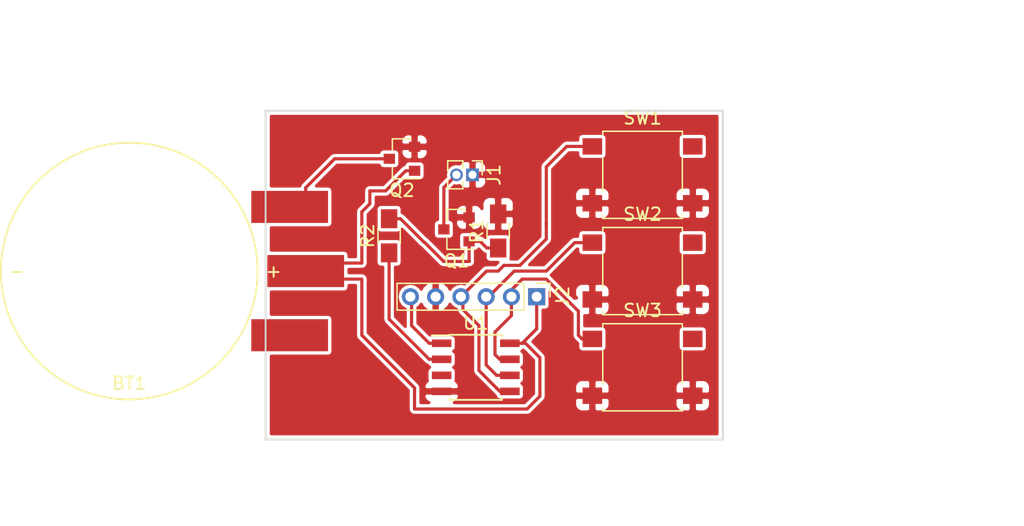
<source format=kicad_pcb>
(kicad_pcb (version 4) (host pcbnew 4.0.7)

  (general
    (links 30)
    (no_connects 4)
    (area 101.524999 94.539999 147.395001 120.725001)
    (thickness 1.6)
    (drawings 4)
    (tracks 80)
    (zones 0)
    (modules 11)
    (nets 11)
  )

  (page A4)
  (layers
    (0 F.Cu signal)
    (31 B.Cu signal)
    (32 B.Adhes user)
    (33 F.Adhes user)
    (34 B.Paste user)
    (35 F.Paste user)
    (36 B.SilkS user)
    (37 F.SilkS user)
    (38 B.Mask user)
    (39 F.Mask user)
    (40 Dwgs.User user)
    (41 Cmts.User user)
    (42 Eco1.User user)
    (43 Eco2.User user)
    (44 Edge.Cuts user)
    (45 Margin user)
    (46 B.CrtYd user)
    (47 F.CrtYd user)
    (48 B.Fab user)
    (49 F.Fab user)
  )

  (setup
    (last_trace_width 0.25)
    (trace_clearance 0.2)
    (zone_clearance 0.254)
    (zone_45_only no)
    (trace_min 0.2)
    (segment_width 0.2)
    (edge_width 0.15)
    (via_size 0.6)
    (via_drill 0.4)
    (via_min_size 0.4)
    (via_min_drill 0.3)
    (uvia_size 0.3)
    (uvia_drill 0.1)
    (uvias_allowed no)
    (uvia_min_size 0.2)
    (uvia_min_drill 0.1)
    (pcb_text_width 0.3)
    (pcb_text_size 1.5 1.5)
    (mod_edge_width 0.15)
    (mod_text_size 1 1)
    (mod_text_width 0.15)
    (pad_size 20 20)
    (pad_drill 0)
    (pad_to_mask_clearance 0.2)
    (aux_axis_origin 111.125 94.615)
    (visible_elements 7FFFFFFF)
    (pcbplotparams
      (layerselection 0x00000_00000001)
      (usegerberextensions false)
      (excludeedgelayer true)
      (linewidth 0.100000)
      (plotframeref false)
      (viasonmask false)
      (mode 1)
      (useauxorigin true)
      (hpglpennumber 1)
      (hpglpenspeed 20)
      (hpglpendiameter 15)
      (hpglpenoverlay 2)
      (psnegative false)
      (psa4output false)
      (plotreference true)
      (plotvalue true)
      (plotinvisibletext false)
      (padsonsilk false)
      (subtractmaskfromsilk false)
      (outputformat 1)
      (mirror false)
      (drillshape 0)
      (scaleselection 1)
      (outputdirectory ""))
  )

  (net 0 "")
  (net 1 "Net-(BT1-Pad2)")
  (net 2 VCC)
  (net 3 GND)
  (net 4 "Net-(J1-Pad2)")
  (net 5 SCK)
  (net 6 MISO)
  (net 7 MOSI)
  (net 8 RESET)
  (net 9 "Net-(Q1-Pad1)")
  (net 10 "Net-(R2-Pad1)")

  (net_class Default "This is the default net class."
    (clearance 0.2)
    (trace_width 0.25)
    (via_dia 0.6)
    (via_drill 0.4)
    (uvia_dia 0.3)
    (uvia_drill 0.1)
    (add_net GND)
    (add_net MISO)
    (add_net MOSI)
    (add_net "Net-(BT1-Pad2)")
    (add_net "Net-(J1-Pad2)")
    (add_net "Net-(Q1-Pad1)")
    (add_net "Net-(R2-Pad1)")
    (add_net RESET)
    (add_net SCK)
    (add_net VCC)
  )

  (module Battery:Embedded_CR2032 (layer F.Cu) (tedit 5A2ED72E) (tstamp 5A2ED851)
    (at 100.33 107.315)
    (path /5A2ADAFD)
    (fp_text reference BT1 (at 0 8.89) (layer F.SilkS)
      (effects (font (size 1 1) (thickness 0.15)))
    )
    (fp_text value Battery_Cell (at 0 -8.89) (layer F.Fab)
      (effects (font (size 1 1) (thickness 0.15)))
    )
    (fp_text user - (at -8.89 0) (layer F.SilkS)
      (effects (font (size 1 1) (thickness 0.15)))
    )
    (fp_text user + (at 11.43 0) (layer F.SilkS)
      (effects (font (size 1 1) (thickness 0.15)))
    )
    (fp_circle (center 0 0) (end 10.16 0) (layer F.SilkS) (width 0.15))
    (pad 2 smd rect (at 12.7 -5.08) (size 6.08 2.54) (layers F.Cu F.Paste F.Mask)
      (net 1 "Net-(BT1-Pad2)"))
    (pad 1 smd rect (at 13.97 0) (size 6.08 2.54) (layers F.Cu F.Paste F.Mask)
      (net 2 VCC))
    (pad 2 smd rect (at 12.7 5.08) (size 6.08 2.54) (layers F.Cu F.Paste F.Mask)
      (net 1 "Net-(BT1-Pad2)"))
  )

  (module Pin_Headers:Pin_Header_Straight_1x02_Pitch1.27mm (layer F.Cu) (tedit 59650535) (tstamp 5A2B049C)
    (at 127.508 99.695 270)
    (descr "Through hole straight pin header, 1x02, 1.27mm pitch, single row")
    (tags "Through hole pin header THT 1x02 1.27mm single row")
    (path /5A2AE9A5)
    (fp_text reference J1 (at 0 -1.695 270) (layer F.SilkS)
      (effects (font (size 1 1) (thickness 0.15)))
    )
    (fp_text value Conn_01x02 (at 0 2.965 270) (layer F.Fab)
      (effects (font (size 1 1) (thickness 0.15)))
    )
    (fp_line (start -0.525 -0.635) (end 1.05 -0.635) (layer F.Fab) (width 0.1))
    (fp_line (start 1.05 -0.635) (end 1.05 1.905) (layer F.Fab) (width 0.1))
    (fp_line (start 1.05 1.905) (end -1.05 1.905) (layer F.Fab) (width 0.1))
    (fp_line (start -1.05 1.905) (end -1.05 -0.11) (layer F.Fab) (width 0.1))
    (fp_line (start -1.05 -0.11) (end -0.525 -0.635) (layer F.Fab) (width 0.1))
    (fp_line (start -1.11 1.965) (end -0.30753 1.965) (layer F.SilkS) (width 0.12))
    (fp_line (start 0.30753 1.965) (end 1.11 1.965) (layer F.SilkS) (width 0.12))
    (fp_line (start -1.11 0.76) (end -1.11 1.965) (layer F.SilkS) (width 0.12))
    (fp_line (start 1.11 0.76) (end 1.11 1.965) (layer F.SilkS) (width 0.12))
    (fp_line (start -1.11 0.76) (end -0.563471 0.76) (layer F.SilkS) (width 0.12))
    (fp_line (start 0.563471 0.76) (end 1.11 0.76) (layer F.SilkS) (width 0.12))
    (fp_line (start -1.11 0) (end -1.11 -0.76) (layer F.SilkS) (width 0.12))
    (fp_line (start -1.11 -0.76) (end 0 -0.76) (layer F.SilkS) (width 0.12))
    (fp_line (start -1.55 -1.15) (end -1.55 2.45) (layer F.CrtYd) (width 0.05))
    (fp_line (start -1.55 2.45) (end 1.55 2.45) (layer F.CrtYd) (width 0.05))
    (fp_line (start 1.55 2.45) (end 1.55 -1.15) (layer F.CrtYd) (width 0.05))
    (fp_line (start 1.55 -1.15) (end -1.55 -1.15) (layer F.CrtYd) (width 0.05))
    (fp_text user %R (at 0 0.635 360) (layer F.Fab)
      (effects (font (size 1 1) (thickness 0.15)))
    )
    (pad 1 thru_hole rect (at 0 0 270) (size 1 1) (drill 0.65) (layers *.Cu *.Mask)
      (net 3 GND))
    (pad 2 thru_hole oval (at 0 1.27 270) (size 1 1) (drill 0.65) (layers *.Cu *.Mask)
      (net 4 "Net-(J1-Pad2)"))
    (model ${KISYS3DMOD}/Pin_Headers.3dshapes/Pin_Header_Straight_1x02_Pitch1.27mm.wrl
      (at (xyz 0 0 0))
      (scale (xyz 1 1 1))
      (rotate (xyz 0 0 0))
    )
  )

  (module Pin_Headers:Pin_Header_Straight_1x06_Pitch2.00mm (layer F.Cu) (tedit 59650533) (tstamp 5A2B04B6)
    (at 132.588 109.347 270)
    (descr "Through hole straight pin header, 1x06, 2.00mm pitch, single row")
    (tags "Through hole pin header THT 1x06 2.00mm single row")
    (path /5A2AE02C)
    (fp_text reference J2 (at 0 -2.06 270) (layer F.SilkS)
      (effects (font (size 1 1) (thickness 0.15)))
    )
    (fp_text value Conn_01x06 (at 0 12.06 270) (layer F.Fab)
      (effects (font (size 1 1) (thickness 0.15)))
    )
    (fp_line (start -0.5 -1) (end 1 -1) (layer F.Fab) (width 0.1))
    (fp_line (start 1 -1) (end 1 11) (layer F.Fab) (width 0.1))
    (fp_line (start 1 11) (end -1 11) (layer F.Fab) (width 0.1))
    (fp_line (start -1 11) (end -1 -0.5) (layer F.Fab) (width 0.1))
    (fp_line (start -1 -0.5) (end -0.5 -1) (layer F.Fab) (width 0.1))
    (fp_line (start -1.06 11.06) (end 1.06 11.06) (layer F.SilkS) (width 0.12))
    (fp_line (start -1.06 1) (end -1.06 11.06) (layer F.SilkS) (width 0.12))
    (fp_line (start 1.06 1) (end 1.06 11.06) (layer F.SilkS) (width 0.12))
    (fp_line (start -1.06 1) (end 1.06 1) (layer F.SilkS) (width 0.12))
    (fp_line (start -1.06 0) (end -1.06 -1.06) (layer F.SilkS) (width 0.12))
    (fp_line (start -1.06 -1.06) (end 0 -1.06) (layer F.SilkS) (width 0.12))
    (fp_line (start -1.5 -1.5) (end -1.5 11.5) (layer F.CrtYd) (width 0.05))
    (fp_line (start -1.5 11.5) (end 1.5 11.5) (layer F.CrtYd) (width 0.05))
    (fp_line (start 1.5 11.5) (end 1.5 -1.5) (layer F.CrtYd) (width 0.05))
    (fp_line (start 1.5 -1.5) (end -1.5 -1.5) (layer F.CrtYd) (width 0.05))
    (fp_text user %R (at 0 5 360) (layer F.Fab)
      (effects (font (size 1 1) (thickness 0.15)))
    )
    (pad 1 thru_hole rect (at 0 0 270) (size 1.35 1.35) (drill 0.8) (layers *.Cu *.Mask)
      (net 2 VCC))
    (pad 2 thru_hole oval (at 0 2 270) (size 1.35 1.35) (drill 0.8) (layers *.Cu *.Mask)
      (net 5 SCK))
    (pad 3 thru_hole oval (at 0 4 270) (size 1.35 1.35) (drill 0.8) (layers *.Cu *.Mask)
      (net 6 MISO))
    (pad 4 thru_hole oval (at 0 6 270) (size 1.35 1.35) (drill 0.8) (layers *.Cu *.Mask)
      (net 7 MOSI))
    (pad 5 thru_hole oval (at 0 8 270) (size 1.35 1.35) (drill 0.8) (layers *.Cu *.Mask)
      (net 3 GND))
    (pad 6 thru_hole oval (at 0 10 270) (size 1.35 1.35) (drill 0.8) (layers *.Cu *.Mask)
      (net 8 RESET))
    (model ${KISYS3DMOD}/Pin_Headers.3dshapes/Pin_Header_Straight_1x06_Pitch2.00mm.wrl
      (at (xyz 0 0 0))
      (scale (xyz 1 1 1))
      (rotate (xyz 0 0 0))
    )
  )

  (module TO_SOT_Packages_SMD:SOT-23 (layer F.Cu) (tedit 58CE4E7E) (tstamp 5A2B04CB)
    (at 126.238 104.013 180)
    (descr "SOT-23, Standard")
    (tags SOT-23)
    (path /5A29B6CA)
    (attr smd)
    (fp_text reference Q1 (at 0 -2.5 180) (layer F.SilkS)
      (effects (font (size 1 1) (thickness 0.15)))
    )
    (fp_text value Q_NMOS_GSD (at 0 2.5 180) (layer F.Fab)
      (effects (font (size 1 1) (thickness 0.15)))
    )
    (fp_text user %R (at 0 0 270) (layer F.Fab)
      (effects (font (size 0.5 0.5) (thickness 0.075)))
    )
    (fp_line (start -0.7 -0.95) (end -0.7 1.5) (layer F.Fab) (width 0.1))
    (fp_line (start -0.15 -1.52) (end 0.7 -1.52) (layer F.Fab) (width 0.1))
    (fp_line (start -0.7 -0.95) (end -0.15 -1.52) (layer F.Fab) (width 0.1))
    (fp_line (start 0.7 -1.52) (end 0.7 1.52) (layer F.Fab) (width 0.1))
    (fp_line (start -0.7 1.52) (end 0.7 1.52) (layer F.Fab) (width 0.1))
    (fp_line (start 0.76 1.58) (end 0.76 0.65) (layer F.SilkS) (width 0.12))
    (fp_line (start 0.76 -1.58) (end 0.76 -0.65) (layer F.SilkS) (width 0.12))
    (fp_line (start -1.7 -1.75) (end 1.7 -1.75) (layer F.CrtYd) (width 0.05))
    (fp_line (start 1.7 -1.75) (end 1.7 1.75) (layer F.CrtYd) (width 0.05))
    (fp_line (start 1.7 1.75) (end -1.7 1.75) (layer F.CrtYd) (width 0.05))
    (fp_line (start -1.7 1.75) (end -1.7 -1.75) (layer F.CrtYd) (width 0.05))
    (fp_line (start 0.76 -1.58) (end -1.4 -1.58) (layer F.SilkS) (width 0.12))
    (fp_line (start 0.76 1.58) (end -0.7 1.58) (layer F.SilkS) (width 0.12))
    (pad 1 smd rect (at -1 -0.95 180) (size 0.9 0.8) (layers F.Cu F.Paste F.Mask)
      (net 9 "Net-(Q1-Pad1)"))
    (pad 2 smd rect (at -1 0.95 180) (size 0.9 0.8) (layers F.Cu F.Paste F.Mask)
      (net 3 GND))
    (pad 3 smd rect (at 1 0 180) (size 0.9 0.8) (layers F.Cu F.Paste F.Mask)
      (net 4 "Net-(J1-Pad2)"))
    (model ${KISYS3DMOD}/TO_SOT_Packages_SMD.3dshapes/SOT-23.wrl
      (at (xyz 0 0 0))
      (scale (xyz 1 1 1))
      (rotate (xyz 0 0 0))
    )
  )

  (module TO_SOT_Packages_SMD:SOT-23 (layer F.Cu) (tedit 58CE4E7E) (tstamp 5A2B04E0)
    (at 121.92 98.425 180)
    (descr "SOT-23, Standard")
    (tags SOT-23)
    (path /5A2AD9FD)
    (attr smd)
    (fp_text reference Q2 (at 0 -2.5 180) (layer F.SilkS)
      (effects (font (size 1 1) (thickness 0.15)))
    )
    (fp_text value Q_NMOS_GSD (at 0 2.5 180) (layer F.Fab)
      (effects (font (size 1 1) (thickness 0.15)))
    )
    (fp_text user %R (at 0.27 0 270) (layer F.Fab)
      (effects (font (size 0.5 0.5) (thickness 0.075)))
    )
    (fp_line (start -0.7 -0.95) (end -0.7 1.5) (layer F.Fab) (width 0.1))
    (fp_line (start -0.15 -1.52) (end 0.7 -1.52) (layer F.Fab) (width 0.1))
    (fp_line (start -0.7 -0.95) (end -0.15 -1.52) (layer F.Fab) (width 0.1))
    (fp_line (start 0.7 -1.52) (end 0.7 1.52) (layer F.Fab) (width 0.1))
    (fp_line (start -0.7 1.52) (end 0.7 1.52) (layer F.Fab) (width 0.1))
    (fp_line (start 0.76 1.58) (end 0.76 0.65) (layer F.SilkS) (width 0.12))
    (fp_line (start 0.76 -1.58) (end 0.76 -0.65) (layer F.SilkS) (width 0.12))
    (fp_line (start -1.7 -1.75) (end 1.7 -1.75) (layer F.CrtYd) (width 0.05))
    (fp_line (start 1.7 -1.75) (end 1.7 1.75) (layer F.CrtYd) (width 0.05))
    (fp_line (start 1.7 1.75) (end -1.7 1.75) (layer F.CrtYd) (width 0.05))
    (fp_line (start -1.7 1.75) (end -1.7 -1.75) (layer F.CrtYd) (width 0.05))
    (fp_line (start 0.76 -1.58) (end -1.4 -1.58) (layer F.SilkS) (width 0.12))
    (fp_line (start 0.76 1.58) (end -0.7 1.58) (layer F.SilkS) (width 0.12))
    (pad 1 smd rect (at -1 -0.95 180) (size 0.9 0.8) (layers F.Cu F.Paste F.Mask)
      (net 2 VCC))
    (pad 2 smd rect (at -1 0.95 180) (size 0.9 0.8) (layers F.Cu F.Paste F.Mask)
      (net 3 GND))
    (pad 3 smd rect (at 1 0 180) (size 0.9 0.8) (layers F.Cu F.Paste F.Mask)
      (net 1 "Net-(BT1-Pad2)"))
    (model ${KISYS3DMOD}/TO_SOT_Packages_SMD.3dshapes/SOT-23.wrl
      (at (xyz 0 0 0))
      (scale (xyz 1 1 1))
      (rotate (xyz 0 0 0))
    )
  )

  (module Resistors_SMD:R_0805_HandSoldering (layer F.Cu) (tedit 58E0A804) (tstamp 5A2B04F1)
    (at 129.54 104.14 90)
    (descr "Resistor SMD 0805, hand soldering")
    (tags "resistor 0805")
    (path /5A2AE77C)
    (attr smd)
    (fp_text reference R1 (at 0 -1.7 90) (layer F.SilkS)
      (effects (font (size 1 1) (thickness 0.15)))
    )
    (fp_text value 10K (at 0 1.75 90) (layer F.Fab)
      (effects (font (size 1 1) (thickness 0.15)))
    )
    (fp_text user %R (at 0 0 90) (layer F.Fab)
      (effects (font (size 0.5 0.5) (thickness 0.075)))
    )
    (fp_line (start -1 0.62) (end -1 -0.62) (layer F.Fab) (width 0.1))
    (fp_line (start 1 0.62) (end -1 0.62) (layer F.Fab) (width 0.1))
    (fp_line (start 1 -0.62) (end 1 0.62) (layer F.Fab) (width 0.1))
    (fp_line (start -1 -0.62) (end 1 -0.62) (layer F.Fab) (width 0.1))
    (fp_line (start 0.6 0.88) (end -0.6 0.88) (layer F.SilkS) (width 0.12))
    (fp_line (start -0.6 -0.88) (end 0.6 -0.88) (layer F.SilkS) (width 0.12))
    (fp_line (start -2.35 -0.9) (end 2.35 -0.9) (layer F.CrtYd) (width 0.05))
    (fp_line (start -2.35 -0.9) (end -2.35 0.9) (layer F.CrtYd) (width 0.05))
    (fp_line (start 2.35 0.9) (end 2.35 -0.9) (layer F.CrtYd) (width 0.05))
    (fp_line (start 2.35 0.9) (end -2.35 0.9) (layer F.CrtYd) (width 0.05))
    (pad 1 smd rect (at -1.35 0 90) (size 1.5 1.3) (layers F.Cu F.Paste F.Mask)
      (net 9 "Net-(Q1-Pad1)"))
    (pad 2 smd rect (at 1.35 0 90) (size 1.5 1.3) (layers F.Cu F.Paste F.Mask)
      (net 3 GND))
    (model ${KISYS3DMOD}/Resistors_SMD.3dshapes/R_0805.wrl
      (at (xyz 0 0 0))
      (scale (xyz 1 1 1))
      (rotate (xyz 0 0 0))
    )
  )

  (module Resistors_SMD:R_0805_HandSoldering (layer F.Cu) (tedit 58E0A804) (tstamp 5A2B0502)
    (at 120.904 104.521 90)
    (descr "Resistor SMD 0805, hand soldering")
    (tags "resistor 0805")
    (path /5A2AE7E7)
    (attr smd)
    (fp_text reference R2 (at 0 -1.7 90) (layer F.SilkS)
      (effects (font (size 1 1) (thickness 0.15)))
    )
    (fp_text value 1K (at 0 1.75 90) (layer F.Fab)
      (effects (font (size 1 1) (thickness 0.15)))
    )
    (fp_text user %R (at 0 0 90) (layer F.Fab)
      (effects (font (size 0.5 0.5) (thickness 0.075)))
    )
    (fp_line (start -1 0.62) (end -1 -0.62) (layer F.Fab) (width 0.1))
    (fp_line (start 1 0.62) (end -1 0.62) (layer F.Fab) (width 0.1))
    (fp_line (start 1 -0.62) (end 1 0.62) (layer F.Fab) (width 0.1))
    (fp_line (start -1 -0.62) (end 1 -0.62) (layer F.Fab) (width 0.1))
    (fp_line (start 0.6 0.88) (end -0.6 0.88) (layer F.SilkS) (width 0.12))
    (fp_line (start -0.6 -0.88) (end 0.6 -0.88) (layer F.SilkS) (width 0.12))
    (fp_line (start -2.35 -0.9) (end 2.35 -0.9) (layer F.CrtYd) (width 0.05))
    (fp_line (start -2.35 -0.9) (end -2.35 0.9) (layer F.CrtYd) (width 0.05))
    (fp_line (start 2.35 0.9) (end 2.35 -0.9) (layer F.CrtYd) (width 0.05))
    (fp_line (start 2.35 0.9) (end -2.35 0.9) (layer F.CrtYd) (width 0.05))
    (pad 1 smd rect (at -1.35 0 90) (size 1.5 1.3) (layers F.Cu F.Paste F.Mask)
      (net 10 "Net-(R2-Pad1)"))
    (pad 2 smd rect (at 1.35 0 90) (size 1.5 1.3) (layers F.Cu F.Paste F.Mask)
      (net 9 "Net-(Q1-Pad1)"))
    (model ${KISYS3DMOD}/Resistors_SMD.3dshapes/R_0805.wrl
      (at (xyz 0 0 0))
      (scale (xyz 1 1 1))
      (rotate (xyz 0 0 0))
    )
  )

  (module Buttons_Switches_SMD:SW_SPST_B3S-1000 (layer F.Cu) (tedit 58724047) (tstamp 5A2B051C)
    (at 140.97 99.695)
    (descr "Surface Mount Tactile Switch for High-Density Packaging")
    (tags "Tactile Switch")
    (path /5A2AEDA0)
    (attr smd)
    (fp_text reference SW1 (at 0 -4.5) (layer F.SilkS)
      (effects (font (size 1 1) (thickness 0.15)))
    )
    (fp_text value SW_1 (at 0 4.5) (layer F.Fab)
      (effects (font (size 1 1) (thickness 0.15)))
    )
    (fp_text user %R (at 0 -4.5) (layer F.Fab)
      (effects (font (size 1 1) (thickness 0.15)))
    )
    (fp_line (start -5 3.7) (end 5 3.7) (layer F.CrtYd) (width 0.05))
    (fp_line (start 5 3.7) (end 5 -3.7) (layer F.CrtYd) (width 0.05))
    (fp_line (start 5 -3.7) (end -5 -3.7) (layer F.CrtYd) (width 0.05))
    (fp_line (start -5 -3.7) (end -5 3.7) (layer F.CrtYd) (width 0.05))
    (fp_line (start -3.15 -3.2) (end -3.15 -3.45) (layer F.SilkS) (width 0.12))
    (fp_line (start -3.15 -3.45) (end 3.15 -3.45) (layer F.SilkS) (width 0.12))
    (fp_line (start 3.15 -3.45) (end 3.15 -3.2) (layer F.SilkS) (width 0.12))
    (fp_line (start -3.15 1.3) (end -3.15 -1.3) (layer F.SilkS) (width 0.12))
    (fp_line (start 3.15 3.2) (end 3.15 3.45) (layer F.SilkS) (width 0.12))
    (fp_line (start 3.15 3.45) (end -3.15 3.45) (layer F.SilkS) (width 0.12))
    (fp_line (start -3.15 3.45) (end -3.15 3.2) (layer F.SilkS) (width 0.12))
    (fp_line (start 3.15 -1.3) (end 3.15 1.3) (layer F.SilkS) (width 0.12))
    (fp_circle (center 0 0) (end 1.65 0) (layer F.Fab) (width 0.1))
    (fp_line (start -3 -3.3) (end 3 -3.3) (layer F.Fab) (width 0.1))
    (fp_line (start 3 -3.3) (end 3 3.3) (layer F.Fab) (width 0.1))
    (fp_line (start 3 3.3) (end -3 3.3) (layer F.Fab) (width 0.1))
    (fp_line (start -3 3.3) (end -3 -3.3) (layer F.Fab) (width 0.1))
    (pad 1 smd rect (at -3.975 -2.25) (size 1.55 1.3) (layers F.Cu F.Paste F.Mask)
      (net 7 MOSI))
    (pad 1 smd rect (at 3.975 -2.25) (size 1.55 1.3) (layers F.Cu F.Paste F.Mask)
      (net 7 MOSI))
    (pad 2 smd rect (at -3.975 2.25) (size 1.55 1.3) (layers F.Cu F.Paste F.Mask)
      (net 3 GND))
    (pad 2 smd rect (at 3.975 2.25) (size 1.55 1.3) (layers F.Cu F.Paste F.Mask)
      (net 3 GND))
    (model ${KISYS3DMOD}/Buttons_Switches_SMD.3dshapes/SW_SPST_B3S-1000.wrl
      (at (xyz 0 0 0))
      (scale (xyz 1 1 1))
      (rotate (xyz 0 0 0))
    )
  )

  (module Buttons_Switches_SMD:SW_SPST_B3S-1000 (layer F.Cu) (tedit 58724047) (tstamp 5A2B0536)
    (at 140.97 107.315)
    (descr "Surface Mount Tactile Switch for High-Density Packaging")
    (tags "Tactile Switch")
    (path /5A2AEDE4)
    (attr smd)
    (fp_text reference SW2 (at 0 -4.5) (layer F.SilkS)
      (effects (font (size 1 1) (thickness 0.15)))
    )
    (fp_text value SW_2 (at 0 4.5) (layer F.Fab)
      (effects (font (size 1 1) (thickness 0.15)))
    )
    (fp_text user %R (at 0 -4.5) (layer F.Fab)
      (effects (font (size 1 1) (thickness 0.15)))
    )
    (fp_line (start -5 3.7) (end 5 3.7) (layer F.CrtYd) (width 0.05))
    (fp_line (start 5 3.7) (end 5 -3.7) (layer F.CrtYd) (width 0.05))
    (fp_line (start 5 -3.7) (end -5 -3.7) (layer F.CrtYd) (width 0.05))
    (fp_line (start -5 -3.7) (end -5 3.7) (layer F.CrtYd) (width 0.05))
    (fp_line (start -3.15 -3.2) (end -3.15 -3.45) (layer F.SilkS) (width 0.12))
    (fp_line (start -3.15 -3.45) (end 3.15 -3.45) (layer F.SilkS) (width 0.12))
    (fp_line (start 3.15 -3.45) (end 3.15 -3.2) (layer F.SilkS) (width 0.12))
    (fp_line (start -3.15 1.3) (end -3.15 -1.3) (layer F.SilkS) (width 0.12))
    (fp_line (start 3.15 3.2) (end 3.15 3.45) (layer F.SilkS) (width 0.12))
    (fp_line (start 3.15 3.45) (end -3.15 3.45) (layer F.SilkS) (width 0.12))
    (fp_line (start -3.15 3.45) (end -3.15 3.2) (layer F.SilkS) (width 0.12))
    (fp_line (start 3.15 -1.3) (end 3.15 1.3) (layer F.SilkS) (width 0.12))
    (fp_circle (center 0 0) (end 1.65 0) (layer F.Fab) (width 0.1))
    (fp_line (start -3 -3.3) (end 3 -3.3) (layer F.Fab) (width 0.1))
    (fp_line (start 3 -3.3) (end 3 3.3) (layer F.Fab) (width 0.1))
    (fp_line (start 3 3.3) (end -3 3.3) (layer F.Fab) (width 0.1))
    (fp_line (start -3 3.3) (end -3 -3.3) (layer F.Fab) (width 0.1))
    (pad 1 smd rect (at -3.975 -2.25) (size 1.55 1.3) (layers F.Cu F.Paste F.Mask)
      (net 6 MISO))
    (pad 1 smd rect (at 3.975 -2.25) (size 1.55 1.3) (layers F.Cu F.Paste F.Mask)
      (net 6 MISO))
    (pad 2 smd rect (at -3.975 2.25) (size 1.55 1.3) (layers F.Cu F.Paste F.Mask)
      (net 3 GND))
    (pad 2 smd rect (at 3.975 2.25) (size 1.55 1.3) (layers F.Cu F.Paste F.Mask)
      (net 3 GND))
    (model ${KISYS3DMOD}/Buttons_Switches_SMD.3dshapes/SW_SPST_B3S-1000.wrl
      (at (xyz 0 0 0))
      (scale (xyz 1 1 1))
      (rotate (xyz 0 0 0))
    )
  )

  (module Buttons_Switches_SMD:SW_SPST_B3S-1000 (layer F.Cu) (tedit 58724047) (tstamp 5A2B0550)
    (at 140.97 114.935)
    (descr "Surface Mount Tactile Switch for High-Density Packaging")
    (tags "Tactile Switch")
    (path /5A2AF097)
    (attr smd)
    (fp_text reference SW3 (at 0 -4.5) (layer F.SilkS)
      (effects (font (size 1 1) (thickness 0.15)))
    )
    (fp_text value SW_3 (at 0 4.5) (layer F.Fab)
      (effects (font (size 1 1) (thickness 0.15)))
    )
    (fp_text user %R (at 0 -4.5) (layer F.Fab)
      (effects (font (size 1 1) (thickness 0.15)))
    )
    (fp_line (start -5 3.7) (end 5 3.7) (layer F.CrtYd) (width 0.05))
    (fp_line (start 5 3.7) (end 5 -3.7) (layer F.CrtYd) (width 0.05))
    (fp_line (start 5 -3.7) (end -5 -3.7) (layer F.CrtYd) (width 0.05))
    (fp_line (start -5 -3.7) (end -5 3.7) (layer F.CrtYd) (width 0.05))
    (fp_line (start -3.15 -3.2) (end -3.15 -3.45) (layer F.SilkS) (width 0.12))
    (fp_line (start -3.15 -3.45) (end 3.15 -3.45) (layer F.SilkS) (width 0.12))
    (fp_line (start 3.15 -3.45) (end 3.15 -3.2) (layer F.SilkS) (width 0.12))
    (fp_line (start -3.15 1.3) (end -3.15 -1.3) (layer F.SilkS) (width 0.12))
    (fp_line (start 3.15 3.2) (end 3.15 3.45) (layer F.SilkS) (width 0.12))
    (fp_line (start 3.15 3.45) (end -3.15 3.45) (layer F.SilkS) (width 0.12))
    (fp_line (start -3.15 3.45) (end -3.15 3.2) (layer F.SilkS) (width 0.12))
    (fp_line (start 3.15 -1.3) (end 3.15 1.3) (layer F.SilkS) (width 0.12))
    (fp_circle (center 0 0) (end 1.65 0) (layer F.Fab) (width 0.1))
    (fp_line (start -3 -3.3) (end 3 -3.3) (layer F.Fab) (width 0.1))
    (fp_line (start 3 -3.3) (end 3 3.3) (layer F.Fab) (width 0.1))
    (fp_line (start 3 3.3) (end -3 3.3) (layer F.Fab) (width 0.1))
    (fp_line (start -3 3.3) (end -3 -3.3) (layer F.Fab) (width 0.1))
    (pad 1 smd rect (at -3.975 -2.25) (size 1.55 1.3) (layers F.Cu F.Paste F.Mask)
      (net 5 SCK))
    (pad 1 smd rect (at 3.975 -2.25) (size 1.55 1.3) (layers F.Cu F.Paste F.Mask)
      (net 5 SCK))
    (pad 2 smd rect (at -3.975 2.25) (size 1.55 1.3) (layers F.Cu F.Paste F.Mask)
      (net 3 GND))
    (pad 2 smd rect (at 3.975 2.25) (size 1.55 1.3) (layers F.Cu F.Paste F.Mask)
      (net 3 GND))
    (model ${KISYS3DMOD}/Buttons_Switches_SMD.3dshapes/SW_SPST_B3S-1000.wrl
      (at (xyz 0 0 0))
      (scale (xyz 1 1 1))
      (rotate (xyz 0 0 0))
    )
  )

  (module Housings_SOIC:SOIC-8_3.9x4.9mm_Pitch1.27mm (layer F.Cu) (tedit 58CD0CDA) (tstamp 5A2B056D)
    (at 127.762 114.935)
    (descr "8-Lead Plastic Small Outline (SN) - Narrow, 3.90 mm Body [SOIC] (see Microchip Packaging Specification 00000049BS.pdf)")
    (tags "SOIC 1.27")
    (path /5A29B59C)
    (attr smd)
    (fp_text reference U1 (at 0 -3.5) (layer F.SilkS)
      (effects (font (size 1 1) (thickness 0.15)))
    )
    (fp_text value ATTINY85-20SU (at 0 3.5) (layer F.Fab)
      (effects (font (size 1 1) (thickness 0.15)))
    )
    (fp_text user %R (at 0 0) (layer F.Fab)
      (effects (font (size 1 1) (thickness 0.15)))
    )
    (fp_line (start -0.95 -2.45) (end 1.95 -2.45) (layer F.Fab) (width 0.1))
    (fp_line (start 1.95 -2.45) (end 1.95 2.45) (layer F.Fab) (width 0.1))
    (fp_line (start 1.95 2.45) (end -1.95 2.45) (layer F.Fab) (width 0.1))
    (fp_line (start -1.95 2.45) (end -1.95 -1.45) (layer F.Fab) (width 0.1))
    (fp_line (start -1.95 -1.45) (end -0.95 -2.45) (layer F.Fab) (width 0.1))
    (fp_line (start -3.73 -2.7) (end -3.73 2.7) (layer F.CrtYd) (width 0.05))
    (fp_line (start 3.73 -2.7) (end 3.73 2.7) (layer F.CrtYd) (width 0.05))
    (fp_line (start -3.73 -2.7) (end 3.73 -2.7) (layer F.CrtYd) (width 0.05))
    (fp_line (start -3.73 2.7) (end 3.73 2.7) (layer F.CrtYd) (width 0.05))
    (fp_line (start -2.075 -2.575) (end -2.075 -2.525) (layer F.SilkS) (width 0.15))
    (fp_line (start 2.075 -2.575) (end 2.075 -2.43) (layer F.SilkS) (width 0.15))
    (fp_line (start 2.075 2.575) (end 2.075 2.43) (layer F.SilkS) (width 0.15))
    (fp_line (start -2.075 2.575) (end -2.075 2.43) (layer F.SilkS) (width 0.15))
    (fp_line (start -2.075 -2.575) (end 2.075 -2.575) (layer F.SilkS) (width 0.15))
    (fp_line (start -2.075 2.575) (end 2.075 2.575) (layer F.SilkS) (width 0.15))
    (fp_line (start -2.075 -2.525) (end -3.475 -2.525) (layer F.SilkS) (width 0.15))
    (pad 1 smd rect (at -2.7 -1.905) (size 1.55 0.6) (layers F.Cu F.Paste F.Mask)
      (net 8 RESET))
    (pad 2 smd rect (at -2.7 -0.635) (size 1.55 0.6) (layers F.Cu F.Paste F.Mask)
      (net 10 "Net-(R2-Pad1)"))
    (pad 3 smd rect (at -2.7 0.635) (size 1.55 0.6) (layers F.Cu F.Paste F.Mask))
    (pad 4 smd rect (at -2.7 1.905) (size 1.55 0.6) (layers F.Cu F.Paste F.Mask)
      (net 3 GND))
    (pad 5 smd rect (at 2.7 1.905) (size 1.55 0.6) (layers F.Cu F.Paste F.Mask)
      (net 7 MOSI))
    (pad 6 smd rect (at 2.7 0.635) (size 1.55 0.6) (layers F.Cu F.Paste F.Mask)
      (net 6 MISO))
    (pad 7 smd rect (at 2.7 -0.635) (size 1.55 0.6) (layers F.Cu F.Paste F.Mask)
      (net 5 SCK))
    (pad 8 smd rect (at 2.7 -1.905) (size 1.55 0.6) (layers F.Cu F.Paste F.Mask)
      (net 2 VCC))
    (model ${KISYS3DMOD}/Housings_SOIC.3dshapes/SOIC-8_3.9x4.9mm_Pitch1.27mm.wrl
      (at (xyz 0 0 0))
      (scale (xyz 1 1 1))
      (rotate (xyz 0 0 0))
    )
  )

  (gr_line (start 111.125 94.615) (end 111.125 120.65) (layer Edge.Cuts) (width 0.15))
  (gr_line (start 147.32 120.65) (end 111.125 120.65) (layer Edge.Cuts) (width 0.15))
  (gr_line (start 147.32 94.615) (end 147.32 120.65) (layer Edge.Cuts) (width 0.15))
  (gr_line (start 111.125 94.615) (end 147.32 94.615) (layer Edge.Cuts) (width 0.15))

  (segment (start 114.3 102.235) (end 114.3 100.715) (width 0.25) (layer F.Cu) (net 1))
  (segment (start 116.59 98.425) (end 120.22 98.425) (width 0.25) (layer F.Cu) (net 1))
  (segment (start 114.3 100.715) (end 116.59 98.425) (width 0.25) (layer F.Cu) (net 1))
  (segment (start 120.22 98.425) (end 120.92 98.425) (width 0.25) (layer F.Cu) (net 1))
  (segment (start 131.445 113.03) (end 131.699 113.03) (width 0.25) (layer F.Cu) (net 2))
  (segment (start 131.699 113.03) (end 132.842 114.173) (width 0.25) (layer F.Cu) (net 2))
  (segment (start 118.745 107.95) (end 116.205 107.95) (width 0.25) (layer F.Cu) (net 2))
  (segment (start 132.842 114.173) (end 132.842 117.221) (width 0.25) (layer F.Cu) (net 2))
  (segment (start 132.842 117.221) (end 131.826 118.237) (width 0.25) (layer F.Cu) (net 2))
  (segment (start 131.826 118.237) (end 122.917 118.237) (width 0.25) (layer F.Cu) (net 2))
  (segment (start 122.917 118.237) (end 122.917 116.567) (width 0.25) (layer F.Cu) (net 2))
  (segment (start 122.917 116.567) (end 118.745 112.395) (width 0.25) (layer F.Cu) (net 2))
  (segment (start 118.745 112.395) (end 118.745 107.95) (width 0.25) (layer F.Cu) (net 2))
  (segment (start 116.205 107.95) (end 115.57 107.315) (width 0.25) (layer F.Cu) (net 2))
  (segment (start 122.92 99.375) (end 122.22 99.375) (width 0.25) (layer F.Cu) (net 2))
  (segment (start 122.22 99.375) (end 120.63 100.965) (width 0.25) (layer F.Cu) (net 2))
  (segment (start 118.745 106.68) (end 116.205 106.68) (width 0.25) (layer F.Cu) (net 2))
  (segment (start 120.63 100.965) (end 119.38 100.965) (width 0.25) (layer F.Cu) (net 2))
  (segment (start 118.745 102.62) (end 118.745 106.68) (width 0.25) (layer F.Cu) (net 2))
  (segment (start 119.38 100.965) (end 119.38 101.985) (width 0.25) (layer F.Cu) (net 2))
  (segment (start 119.38 101.985) (end 118.745 102.62) (width 0.25) (layer F.Cu) (net 2))
  (segment (start 116.205 106.68) (end 115.57 107.315) (width 0.25) (layer F.Cu) (net 2))
  (segment (start 130.462 113.03) (end 131.445 113.03) (width 0.25) (layer F.Cu) (net 2))
  (segment (start 132.588 111.887) (end 132.588 109.347) (width 0.25) (layer F.Cu) (net 2) (tstamp 5A2B0A53))
  (segment (start 131.445 113.03) (end 132.588 111.887) (width 0.25) (layer F.Cu) (net 2) (tstamp 5A2B0A52))
  (segment (start 125.238 104.013) (end 125.238 100.695) (width 0.25) (layer F.Cu) (net 4))
  (segment (start 125.238 100.695) (end 126.238 99.695) (width 0.25) (layer F.Cu) (net 4) (tstamp 5A2B0B2E))
  (segment (start 130.588 109.347) (end 130.588 108.807) (width 0.25) (layer F.Cu) (net 5))
  (segment (start 130.588 108.807) (end 131.445 107.95) (width 0.25) (layer F.Cu) (net 5) (tstamp 5A2B1E81))
  (segment (start 136.18 112.685) (end 136.995 112.685) (width 0.25) (layer F.Cu) (net 5) (tstamp 5A2B1E90))
  (segment (start 135.89 112.395) (end 136.18 112.685) (width 0.25) (layer F.Cu) (net 5) (tstamp 5A2B1E8E))
  (segment (start 135.89 110.49) (end 135.89 112.395) (width 0.25) (layer F.Cu) (net 5) (tstamp 5A2B1E8B))
  (segment (start 133.35 107.95) (end 135.89 110.49) (width 0.25) (layer F.Cu) (net 5) (tstamp 5A2B1E87))
  (segment (start 131.445 107.95) (end 133.35 107.95) (width 0.25) (layer F.Cu) (net 5) (tstamp 5A2B1E86))
  (segment (start 130.462 114.3) (end 129.667 114.3) (width 0.25) (layer F.Cu) (net 5))
  (segment (start 130.588 110.839) (end 130.588 109.347) (width 0.25) (layer F.Cu) (net 5) (tstamp 5A2B0A5B))
  (segment (start 129.286 112.141) (end 130.588 110.839) (width 0.25) (layer F.Cu) (net 5) (tstamp 5A2B0A59))
  (segment (start 129.286 113.919) (end 129.286 112.141) (width 0.25) (layer F.Cu) (net 5) (tstamp 5A2B0A58))
  (segment (start 129.667 114.3) (end 129.286 113.919) (width 0.25) (layer F.Cu) (net 5) (tstamp 5A2B0A57))
  (segment (start 128.588 109.347) (end 128.778 109.347) (width 0.25) (layer F.Cu) (net 6))
  (segment (start 128.778 109.347) (end 130.81 107.315) (width 0.25) (layer F.Cu) (net 6) (tstamp 5A2B1F1B))
  (segment (start 135.6 105.065) (end 136.995 105.065) (width 0.25) (layer F.Cu) (net 6) (tstamp 5A2B1F2B))
  (segment (start 133.35 107.315) (end 135.6 105.065) (width 0.25) (layer F.Cu) (net 6) (tstamp 5A2B1F29))
  (segment (start 130.81 107.315) (end 133.35 107.315) (width 0.25) (layer F.Cu) (net 6) (tstamp 5A2B1F23))
  (segment (start 128.588 109.347) (end 128.588 114.745) (width 0.25) (layer F.Cu) (net 6))
  (segment (start 129.413 115.57) (end 130.462 115.57) (width 0.25) (layer F.Cu) (net 6) (tstamp 5A2B0A60))
  (segment (start 128.588 114.745) (end 129.413 115.57) (width 0.25) (layer F.Cu) (net 6) (tstamp 5A2B0A5F))
  (segment (start 133.35 103.665002) (end 133.35 103.505) (width 0.25) (layer F.Cu) (net 7))
  (segment (start 133.35 103.505) (end 133.35 99.06) (width 0.25) (layer F.Cu) (net 7))
  (segment (start 131.260009 106.864991) (end 133.35 104.775) (width 0.25) (layer F.Cu) (net 7))
  (segment (start 133.35 104.775) (end 133.35 103.505) (width 0.25) (layer F.Cu) (net 7))
  (segment (start 129.54 107.315) (end 129.990009 106.864991) (width 0.25) (layer F.Cu) (net 7))
  (segment (start 129.990009 106.864991) (end 131.260009 106.864991) (width 0.25) (layer F.Cu) (net 7))
  (segment (start 128.62 107.315) (end 129.54 107.315) (width 0.25) (layer F.Cu) (net 7))
  (segment (start 126.588 109.347) (end 128.62 107.315) (width 0.25) (layer F.Cu) (net 7))
  (segment (start 133.35 99.06) (end 134.965 97.445) (width 0.25) (layer F.Cu) (net 7))
  (segment (start 134.965 97.445) (end 136.995 97.445) (width 0.25) (layer F.Cu) (net 7))
  (segment (start 130.462 116.84) (end 129.667 116.84) (width 0.25) (layer F.Cu) (net 7))
  (segment (start 126.746 110.363) (end 126.746 109.505) (width 0.25) (layer F.Cu) (net 7) (tstamp 5A2B0A68))
  (segment (start 128.016 111.633) (end 126.746 110.363) (width 0.25) (layer F.Cu) (net 7) (tstamp 5A2B0A66))
  (segment (start 128.016 115.189) (end 128.016 111.633) (width 0.25) (layer F.Cu) (net 7) (tstamp 5A2B0A64))
  (segment (start 129.667 116.84) (end 128.016 115.189) (width 0.25) (layer F.Cu) (net 7) (tstamp 5A2B0A63))
  (segment (start 126.746 109.505) (end 126.588 109.347) (width 0.25) (layer F.Cu) (net 7) (tstamp 5A2B0A69))
  (segment (start 125.062 113.03) (end 124.079 113.03) (width 0.25) (layer F.Cu) (net 8))
  (segment (start 122.682 111.633) (end 122.682 109.441) (width 0.25) (layer F.Cu) (net 8) (tstamp 5A2B0A89))
  (segment (start 124.079 113.03) (end 122.682 111.633) (width 0.25) (layer F.Cu) (net 8) (tstamp 5A2B0A88))
  (segment (start 122.682 109.441) (end 122.588 109.347) (width 0.25) (layer F.Cu) (net 8) (tstamp 5A2B0A8A))
  (segment (start 120.904 103.171) (end 121.804 103.171) (width 0.25) (layer F.Cu) (net 9))
  (segment (start 123.662 105.029) (end 123.698 105.029) (width 0.25) (layer F.Cu) (net 9))
  (segment (start 121.804 103.171) (end 123.662 105.029) (width 0.25) (layer F.Cu) (net 9))
  (segment (start 123.698 105.029) (end 125.222 106.553) (width 0.25) (layer F.Cu) (net 9))
  (segment (start 125.222 106.553) (end 127.254 106.553) (width 0.25) (layer F.Cu) (net 9))
  (segment (start 127.238 106.537) (end 127.238 104.963) (width 0.25) (layer F.Cu) (net 9))
  (segment (start 127.254 106.553) (end 127.238 106.537) (width 0.25) (layer F.Cu) (net 9))
  (segment (start 129.54 105.49) (end 128.64 105.49) (width 0.25) (layer F.Cu) (net 9))
  (segment (start 128.64 105.49) (end 128.113 104.963) (width 0.25) (layer F.Cu) (net 9))
  (segment (start 128.113 104.963) (end 127.238 104.963) (width 0.25) (layer F.Cu) (net 9))
  (segment (start 125.062 114.3) (end 124.079 114.3) (width 0.25) (layer F.Cu) (net 10))
  (segment (start 120.904 111.125) (end 120.904 105.871) (width 0.25) (layer F.Cu) (net 10) (tstamp 5A2B0A84))
  (segment (start 124.079 114.3) (end 120.904 111.125) (width 0.25) (layer F.Cu) (net 10) (tstamp 5A2B0A83))

  (zone (net 3) (net_name GND) (layer F.Cu) (tstamp 0) (hatch edge 0.508)
    (connect_pads (clearance 0.254))
    (min_thickness 0.254)
    (fill yes (arc_segments 16) (thermal_gap 0.508) (thermal_bridge_width 0.508))
    (polygon
      (pts
        (xy 171.196 85.852) (xy 171.196 127.508) (xy 96.52 127.508) (xy 96.52 85.852)
      )
    )
    (filled_polygon
      (pts
        (xy 146.864 120.194) (xy 111.581 120.194) (xy 111.581 114.053464) (xy 116.07 114.053464) (xy 116.21119 114.026897)
        (xy 116.340865 113.943454) (xy 116.427859 113.816134) (xy 116.458464 113.665) (xy 116.458464 111.125) (xy 116.431897 110.98381)
        (xy 116.348454 110.854135) (xy 116.221134 110.767141) (xy 116.07 110.736536) (xy 111.581 110.736536) (xy 111.581 108.973464)
        (xy 117.34 108.973464) (xy 117.48119 108.946897) (xy 117.610865 108.863454) (xy 117.697859 108.736134) (xy 117.728464 108.585)
        (xy 117.728464 108.456) (xy 118.239 108.456) (xy 118.239 112.395) (xy 118.277517 112.588638) (xy 118.387204 112.752796)
        (xy 122.411 116.776592) (xy 122.411 118.237) (xy 122.449517 118.430638) (xy 122.559204 118.594796) (xy 122.723362 118.704483)
        (xy 122.917 118.743) (xy 131.826 118.743) (xy 132.019638 118.704483) (xy 132.183796 118.594796) (xy 133.199796 117.578796)
        (xy 133.27199 117.47075) (xy 135.585 117.47075) (xy 135.585 117.96131) (xy 135.681673 118.194699) (xy 135.860302 118.373327)
        (xy 136.093691 118.47) (xy 136.70925 118.47) (xy 136.868 118.31125) (xy 136.868 117.312) (xy 137.122 117.312)
        (xy 137.122 118.31125) (xy 137.28075 118.47) (xy 137.896309 118.47) (xy 138.129698 118.373327) (xy 138.308327 118.194699)
        (xy 138.405 117.96131) (xy 138.405 117.47075) (xy 143.535 117.47075) (xy 143.535 117.96131) (xy 143.631673 118.194699)
        (xy 143.810302 118.373327) (xy 144.043691 118.47) (xy 144.65925 118.47) (xy 144.818 118.31125) (xy 144.818 117.312)
        (xy 145.072 117.312) (xy 145.072 118.31125) (xy 145.23075 118.47) (xy 145.846309 118.47) (xy 146.079698 118.373327)
        (xy 146.258327 118.194699) (xy 146.355 117.96131) (xy 146.355 117.47075) (xy 146.19625 117.312) (xy 145.072 117.312)
        (xy 144.818 117.312) (xy 143.69375 117.312) (xy 143.535 117.47075) (xy 138.405 117.47075) (xy 138.24625 117.312)
        (xy 137.122 117.312) (xy 136.868 117.312) (xy 135.74375 117.312) (xy 135.585 117.47075) (xy 133.27199 117.47075)
        (xy 133.309483 117.414638) (xy 133.348 117.221) (xy 133.348 116.40869) (xy 135.585 116.40869) (xy 135.585 116.89925)
        (xy 135.74375 117.058) (xy 136.868 117.058) (xy 136.868 116.05875) (xy 137.122 116.05875) (xy 137.122 117.058)
        (xy 138.24625 117.058) (xy 138.405 116.89925) (xy 138.405 116.40869) (xy 143.535 116.40869) (xy 143.535 116.89925)
        (xy 143.69375 117.058) (xy 144.818 117.058) (xy 144.818 116.05875) (xy 145.072 116.05875) (xy 145.072 117.058)
        (xy 146.19625 117.058) (xy 146.355 116.89925) (xy 146.355 116.40869) (xy 146.258327 116.175301) (xy 146.079698 115.996673)
        (xy 145.846309 115.9) (xy 145.23075 115.9) (xy 145.072 116.05875) (xy 144.818 116.05875) (xy 144.65925 115.9)
        (xy 144.043691 115.9) (xy 143.810302 115.996673) (xy 143.631673 116.175301) (xy 143.535 116.40869) (xy 138.405 116.40869)
        (xy 138.308327 116.175301) (xy 138.129698 115.996673) (xy 137.896309 115.9) (xy 137.28075 115.9) (xy 137.122 116.05875)
        (xy 136.868 116.05875) (xy 136.70925 115.9) (xy 136.093691 115.9) (xy 135.860302 115.996673) (xy 135.681673 116.175301)
        (xy 135.585 116.40869) (xy 133.348 116.40869) (xy 133.348 114.173) (xy 133.309483 113.979362) (xy 133.199796 113.815204)
        (xy 132.287592 112.903) (xy 132.945796 112.244796) (xy 133.055483 112.080638) (xy 133.094 111.887) (xy 133.094 110.410464)
        (xy 133.263 110.410464) (xy 133.40419 110.383897) (xy 133.533865 110.300454) (xy 133.620859 110.173134) (xy 133.651464 110.022)
        (xy 133.651464 108.967056) (xy 135.384 110.699592) (xy 135.384 112.395) (xy 135.422517 112.588638) (xy 135.532204 112.752796)
        (xy 135.822204 113.042796) (xy 135.831536 113.049031) (xy 135.831536 113.335) (xy 135.858103 113.47619) (xy 135.941546 113.605865)
        (xy 136.068866 113.692859) (xy 136.22 113.723464) (xy 137.77 113.723464) (xy 137.91119 113.696897) (xy 138.040865 113.613454)
        (xy 138.127859 113.486134) (xy 138.158464 113.335) (xy 138.158464 112.035) (xy 143.781536 112.035) (xy 143.781536 113.335)
        (xy 143.808103 113.47619) (xy 143.891546 113.605865) (xy 144.018866 113.692859) (xy 144.17 113.723464) (xy 145.72 113.723464)
        (xy 145.86119 113.696897) (xy 145.990865 113.613454) (xy 146.077859 113.486134) (xy 146.108464 113.335) (xy 146.108464 112.035)
        (xy 146.081897 111.89381) (xy 145.998454 111.764135) (xy 145.871134 111.677141) (xy 145.72 111.646536) (xy 144.17 111.646536)
        (xy 144.02881 111.673103) (xy 143.899135 111.756546) (xy 143.812141 111.883866) (xy 143.781536 112.035) (xy 138.158464 112.035)
        (xy 138.131897 111.89381) (xy 138.048454 111.764135) (xy 137.921134 111.677141) (xy 137.77 111.646536) (xy 136.396 111.646536)
        (xy 136.396 110.85) (xy 136.70925 110.85) (xy 136.868 110.69125) (xy 136.868 109.692) (xy 137.122 109.692)
        (xy 137.122 110.69125) (xy 137.28075 110.85) (xy 137.896309 110.85) (xy 138.129698 110.753327) (xy 138.308327 110.574699)
        (xy 138.405 110.34131) (xy 138.405 109.85075) (xy 143.535 109.85075) (xy 143.535 110.34131) (xy 143.631673 110.574699)
        (xy 143.810302 110.753327) (xy 144.043691 110.85) (xy 144.65925 110.85) (xy 144.818 110.69125) (xy 144.818 109.692)
        (xy 145.072 109.692) (xy 145.072 110.69125) (xy 145.23075 110.85) (xy 145.846309 110.85) (xy 146.079698 110.753327)
        (xy 146.258327 110.574699) (xy 146.355 110.34131) (xy 146.355 109.85075) (xy 146.19625 109.692) (xy 145.072 109.692)
        (xy 144.818 109.692) (xy 143.69375 109.692) (xy 143.535 109.85075) (xy 138.405 109.85075) (xy 138.24625 109.692)
        (xy 137.122 109.692) (xy 136.868 109.692) (xy 136.848 109.692) (xy 136.848 109.438) (xy 136.868 109.438)
        (xy 136.868 108.43875) (xy 137.122 108.43875) (xy 137.122 109.438) (xy 138.24625 109.438) (xy 138.405 109.27925)
        (xy 138.405 108.78869) (xy 143.535 108.78869) (xy 143.535 109.27925) (xy 143.69375 109.438) (xy 144.818 109.438)
        (xy 144.818 108.43875) (xy 145.072 108.43875) (xy 145.072 109.438) (xy 146.19625 109.438) (xy 146.355 109.27925)
        (xy 146.355 108.78869) (xy 146.258327 108.555301) (xy 146.079698 108.376673) (xy 145.846309 108.28) (xy 145.23075 108.28)
        (xy 145.072 108.43875) (xy 144.818 108.43875) (xy 144.65925 108.28) (xy 144.043691 108.28) (xy 143.810302 108.376673)
        (xy 143.631673 108.555301) (xy 143.535 108.78869) (xy 138.405 108.78869) (xy 138.308327 108.555301) (xy 138.129698 108.376673)
        (xy 137.896309 108.28) (xy 137.28075 108.28) (xy 137.122 108.43875) (xy 136.868 108.43875) (xy 136.70925 108.28)
        (xy 136.093691 108.28) (xy 135.860302 108.376673) (xy 135.681673 108.555301) (xy 135.585 108.78869) (xy 135.585 109.27925)
        (xy 135.743748 109.437998) (xy 135.585 109.437998) (xy 135.585 109.469408) (xy 133.748092 107.6325) (xy 135.809592 105.571)
        (xy 135.831536 105.571) (xy 135.831536 105.715) (xy 135.858103 105.85619) (xy 135.941546 105.985865) (xy 136.068866 106.072859)
        (xy 136.22 106.103464) (xy 137.77 106.103464) (xy 137.91119 106.076897) (xy 138.040865 105.993454) (xy 138.127859 105.866134)
        (xy 138.158464 105.715) (xy 138.158464 104.415) (xy 143.781536 104.415) (xy 143.781536 105.715) (xy 143.808103 105.85619)
        (xy 143.891546 105.985865) (xy 144.018866 106.072859) (xy 144.17 106.103464) (xy 145.72 106.103464) (xy 145.86119 106.076897)
        (xy 145.990865 105.993454) (xy 146.077859 105.866134) (xy 146.108464 105.715) (xy 146.108464 104.415) (xy 146.081897 104.27381)
        (xy 145.998454 104.144135) (xy 145.871134 104.057141) (xy 145.72 104.026536) (xy 144.17 104.026536) (xy 144.02881 104.053103)
        (xy 143.899135 104.136546) (xy 143.812141 104.263866) (xy 143.781536 104.415) (xy 138.158464 104.415) (xy 138.131897 104.27381)
        (xy 138.048454 104.144135) (xy 137.921134 104.057141) (xy 137.77 104.026536) (xy 136.22 104.026536) (xy 136.07881 104.053103)
        (xy 135.949135 104.136546) (xy 135.862141 104.263866) (xy 135.831536 104.415) (xy 135.831536 104.559) (xy 135.6 104.559)
        (xy 135.406362 104.597517) (xy 135.296082 104.671204) (xy 135.242204 104.707204) (xy 133.140408 106.809) (xy 132.031592 106.809)
        (xy 133.707796 105.132796) (xy 133.807218 104.984) (xy 133.817483 104.968638) (xy 133.856 104.775) (xy 133.856 102.23075)
        (xy 135.585 102.23075) (xy 135.585 102.72131) (xy 135.681673 102.954699) (xy 135.860302 103.133327) (xy 136.093691 103.23)
        (xy 136.70925 103.23) (xy 136.868 103.07125) (xy 136.868 102.072) (xy 137.122 102.072) (xy 137.122 103.07125)
        (xy 137.28075 103.23) (xy 137.896309 103.23) (xy 138.129698 103.133327) (xy 138.308327 102.954699) (xy 138.405 102.72131)
        (xy 138.405 102.23075) (xy 143.535 102.23075) (xy 143.535 102.72131) (xy 143.631673 102.954699) (xy 143.810302 103.133327)
        (xy 144.043691 103.23) (xy 144.65925 103.23) (xy 144.818 103.07125) (xy 144.818 102.072) (xy 145.072 102.072)
        (xy 145.072 103.07125) (xy 145.23075 103.23) (xy 145.846309 103.23) (xy 146.079698 103.133327) (xy 146.258327 102.954699)
        (xy 146.355 102.72131) (xy 146.355 102.23075) (xy 146.19625 102.072) (xy 145.072 102.072) (xy 144.818 102.072)
        (xy 143.69375 102.072) (xy 143.535 102.23075) (xy 138.405 102.23075) (xy 138.24625 102.072) (xy 137.122 102.072)
        (xy 136.868 102.072) (xy 135.74375 102.072) (xy 135.585 102.23075) (xy 133.856 102.23075) (xy 133.856 101.16869)
        (xy 135.585 101.16869) (xy 135.585 101.65925) (xy 135.74375 101.818) (xy 136.868 101.818) (xy 136.868 100.81875)
        (xy 137.122 100.81875) (xy 137.122 101.818) (xy 138.24625 101.818) (xy 138.405 101.65925) (xy 138.405 101.16869)
        (xy 143.535 101.16869) (xy 143.535 101.65925) (xy 143.69375 101.818) (xy 144.818 101.818) (xy 144.818 100.81875)
        (xy 145.072 100.81875) (xy 145.072 101.818) (xy 146.19625 101.818) (xy 146.355 101.65925) (xy 146.355 101.16869)
        (xy 146.258327 100.935301) (xy 146.079698 100.756673) (xy 145.846309 100.66) (xy 145.23075 100.66) (xy 145.072 100.81875)
        (xy 144.818 100.81875) (xy 144.65925 100.66) (xy 144.043691 100.66) (xy 143.810302 100.756673) (xy 143.631673 100.935301)
        (xy 143.535 101.16869) (xy 138.405 101.16869) (xy 138.308327 100.935301) (xy 138.129698 100.756673) (xy 137.896309 100.66)
        (xy 137.28075 100.66) (xy 137.122 100.81875) (xy 136.868 100.81875) (xy 136.70925 100.66) (xy 136.093691 100.66)
        (xy 135.860302 100.756673) (xy 135.681673 100.935301) (xy 135.585 101.16869) (xy 133.856 101.16869) (xy 133.856 99.269592)
        (xy 135.174592 97.951) (xy 135.831536 97.951) (xy 135.831536 98.095) (xy 135.858103 98.23619) (xy 135.941546 98.365865)
        (xy 136.068866 98.452859) (xy 136.22 98.483464) (xy 137.77 98.483464) (xy 137.91119 98.456897) (xy 138.040865 98.373454)
        (xy 138.127859 98.246134) (xy 138.158464 98.095) (xy 138.158464 96.795) (xy 143.781536 96.795) (xy 143.781536 98.095)
        (xy 143.808103 98.23619) (xy 143.891546 98.365865) (xy 144.018866 98.452859) (xy 144.17 98.483464) (xy 145.72 98.483464)
        (xy 145.86119 98.456897) (xy 145.990865 98.373454) (xy 146.077859 98.246134) (xy 146.108464 98.095) (xy 146.108464 96.795)
        (xy 146.081897 96.65381) (xy 145.998454 96.524135) (xy 145.871134 96.437141) (xy 145.72 96.406536) (xy 144.17 96.406536)
        (xy 144.02881 96.433103) (xy 143.899135 96.516546) (xy 143.812141 96.643866) (xy 143.781536 96.795) (xy 138.158464 96.795)
        (xy 138.131897 96.65381) (xy 138.048454 96.524135) (xy 137.921134 96.437141) (xy 137.77 96.406536) (xy 136.22 96.406536)
        (xy 136.07881 96.433103) (xy 135.949135 96.516546) (xy 135.862141 96.643866) (xy 135.831536 96.795) (xy 135.831536 96.939)
        (xy 134.965 96.939) (xy 134.771362 96.977517) (xy 134.607204 97.087204) (xy 132.992204 98.702204) (xy 132.882517 98.866362)
        (xy 132.844 99.06) (xy 132.844 104.565408) (xy 131.050417 106.358991) (xy 130.554368 106.358991) (xy 130.578464 106.24)
        (xy 130.578464 104.74) (xy 130.551897 104.59881) (xy 130.468454 104.469135) (xy 130.341134 104.382141) (xy 130.19 104.351536)
        (xy 128.89 104.351536) (xy 128.74881 104.378103) (xy 128.619135 104.461546) (xy 128.532141 104.588866) (xy 128.519059 104.653467)
        (xy 128.470796 104.605204) (xy 128.306638 104.495517) (xy 128.113 104.457) (xy 128.056519 104.457) (xy 128.049897 104.42181)
        (xy 127.966454 104.292135) (xy 127.839134 104.205141) (xy 127.688 104.174536) (xy 126.788 104.174536) (xy 126.64681 104.201103)
        (xy 126.517135 104.284546) (xy 126.430141 104.411866) (xy 126.399536 104.563) (xy 126.399536 105.363) (xy 126.426103 105.50419)
        (xy 126.509546 105.633865) (xy 126.636866 105.720859) (xy 126.732 105.740124) (xy 126.732 106.047) (xy 125.431592 106.047)
        (xy 124.055796 104.671204) (xy 123.947304 104.598712) (xy 122.961592 103.613) (xy 124.399536 103.613) (xy 124.399536 104.413)
        (xy 124.426103 104.55419) (xy 124.509546 104.683865) (xy 124.636866 104.770859) (xy 124.788 104.801464) (xy 125.688 104.801464)
        (xy 125.82919 104.774897) (xy 125.958865 104.691454) (xy 126.045859 104.564134) (xy 126.076464 104.413) (xy 126.076464 103.613)
        (xy 126.049897 103.47181) (xy 125.970711 103.34875) (xy 126.153 103.34875) (xy 126.153 103.58931) (xy 126.249673 103.822699)
        (xy 126.428302 104.001327) (xy 126.661691 104.098) (xy 126.95225 104.098) (xy 127.111 103.93925) (xy 127.111 103.19)
        (xy 126.31175 103.19) (xy 126.153 103.34875) (xy 125.970711 103.34875) (xy 125.966454 103.342135) (xy 125.839134 103.255141)
        (xy 125.744 103.235876) (xy 125.744 102.53669) (xy 126.153 102.53669) (xy 126.153 102.77725) (xy 126.31175 102.936)
        (xy 127.111 102.936) (xy 127.111 102.18675) (xy 127.365 102.18675) (xy 127.365 102.936) (xy 127.385 102.936)
        (xy 127.385 103.19) (xy 127.365 103.19) (xy 127.365 103.93925) (xy 127.52375 104.098) (xy 127.814309 104.098)
        (xy 128.047698 104.001327) (xy 128.226327 103.822699) (xy 128.273053 103.709893) (xy 128.351673 103.899698) (xy 128.530301 104.078327)
        (xy 128.76369 104.175) (xy 129.25425 104.175) (xy 129.413 104.01625) (xy 129.413 102.917) (xy 129.667 102.917)
        (xy 129.667 104.01625) (xy 129.82575 104.175) (xy 130.31631 104.175) (xy 130.549699 104.078327) (xy 130.728327 103.899698)
        (xy 130.825 103.666309) (xy 130.825 103.07575) (xy 130.66625 102.917) (xy 129.667 102.917) (xy 129.413 102.917)
        (xy 129.393 102.917) (xy 129.393 102.663) (xy 129.413 102.663) (xy 129.413 101.56375) (xy 129.667 101.56375)
        (xy 129.667 102.663) (xy 130.66625 102.663) (xy 130.825 102.50425) (xy 130.825 101.913691) (xy 130.728327 101.680302)
        (xy 130.549699 101.501673) (xy 130.31631 101.405) (xy 129.82575 101.405) (xy 129.667 101.56375) (xy 129.413 101.56375)
        (xy 129.25425 101.405) (xy 128.76369 101.405) (xy 128.530301 101.501673) (xy 128.351673 101.680302) (xy 128.255 101.913691)
        (xy 128.255 102.372524) (xy 128.226327 102.303301) (xy 128.047698 102.124673) (xy 127.814309 102.028) (xy 127.52375 102.028)
        (xy 127.365 102.18675) (xy 127.111 102.18675) (xy 126.95225 102.028) (xy 126.661691 102.028) (xy 126.428302 102.124673)
        (xy 126.249673 102.303301) (xy 126.153 102.53669) (xy 125.744 102.53669) (xy 125.744 100.904592) (xy 126.085639 100.562953)
        (xy 126.238 100.59326) (xy 126.466795 100.54775) (xy 126.469673 100.554698) (xy 126.648301 100.733327) (xy 126.88169 100.83)
        (xy 127.22225 100.83) (xy 127.381 100.67125) (xy 127.381 99.822) (xy 127.635 99.822) (xy 127.635 100.67125)
        (xy 127.79375 100.83) (xy 128.13431 100.83) (xy 128.367699 100.733327) (xy 128.546327 100.554698) (xy 128.643 100.321309)
        (xy 128.643 99.98075) (xy 128.48425 99.822) (xy 127.635 99.822) (xy 127.381 99.822) (xy 127.361 99.822)
        (xy 127.361 99.568) (xy 127.381 99.568) (xy 127.381 98.71875) (xy 127.635 98.71875) (xy 127.635 99.568)
        (xy 128.48425 99.568) (xy 128.643 99.40925) (xy 128.643 99.068691) (xy 128.546327 98.835302) (xy 128.367699 98.656673)
        (xy 128.13431 98.56) (xy 127.79375 98.56) (xy 127.635 98.71875) (xy 127.381 98.71875) (xy 127.22225 98.56)
        (xy 126.88169 98.56) (xy 126.648301 98.656673) (xy 126.469673 98.835302) (xy 126.466795 98.84225) (xy 126.238 98.79674)
        (xy 125.900856 98.863802) (xy 125.615039 99.054779) (xy 125.424062 99.340596) (xy 125.357 99.67774) (xy 125.357 99.71226)
        (xy 125.381579 99.835829) (xy 124.880204 100.337204) (xy 124.770517 100.501362) (xy 124.732 100.695) (xy 124.732 103.235073)
        (xy 124.64681 103.251103) (xy 124.517135 103.334546) (xy 124.430141 103.461866) (xy 124.399536 103.613) (xy 122.961592 103.613)
        (xy 122.161796 102.813204) (xy 121.997638 102.703517) (xy 121.942464 102.692542) (xy 121.942464 102.421) (xy 121.915897 102.27981)
        (xy 121.832454 102.150135) (xy 121.705134 102.063141) (xy 121.554 102.032536) (xy 120.254 102.032536) (xy 120.11281 102.059103)
        (xy 119.983135 102.142546) (xy 119.896141 102.269866) (xy 119.865536 102.421) (xy 119.865536 103.921) (xy 119.892103 104.06219)
        (xy 119.975546 104.191865) (xy 120.102866 104.278859) (xy 120.254 104.309464) (xy 121.554 104.309464) (xy 121.69519 104.282897)
        (xy 121.824865 104.199454) (xy 121.911859 104.072134) (xy 121.924941 104.007533) (xy 123.304204 105.386796) (xy 123.412696 105.459288)
        (xy 124.864204 106.910796) (xy 125.028362 107.020483) (xy 125.222 107.059) (xy 127.254 107.059) (xy 127.447638 107.020483)
        (xy 127.611796 106.910796) (xy 127.721483 106.746638) (xy 127.76 106.553) (xy 127.744 106.472563) (xy 127.744 105.740927)
        (xy 127.82919 105.724897) (xy 127.958865 105.641454) (xy 128.006356 105.571948) (xy 128.282204 105.847796) (xy 128.446362 105.957483)
        (xy 128.501536 105.968458) (xy 128.501536 106.24) (xy 128.528103 106.38119) (xy 128.611546 106.510865) (xy 128.738866 106.597859)
        (xy 128.89 106.628464) (xy 129.510944 106.628464) (xy 129.330408 106.809) (xy 128.62 106.809) (xy 128.426362 106.847517)
        (xy 128.262204 106.957204) (xy 126.889186 108.330222) (xy 126.588 108.270312) (xy 126.183886 108.350695) (xy 125.841295 108.579607)
        (xy 125.726885 108.750834) (xy 125.633349 108.55746) (xy 125.251633 108.217522) (xy 124.9174 108.07909) (xy 124.715 108.202776)
        (xy 124.715 109.22) (xy 124.735 109.22) (xy 124.735 109.474) (xy 124.715 109.474) (xy 124.715 110.491224)
        (xy 124.9174 110.61491) (xy 125.251633 110.476478) (xy 125.633349 110.13654) (xy 125.726885 109.943166) (xy 125.841295 110.114393)
        (xy 126.183886 110.343305) (xy 126.24 110.354467) (xy 126.24 110.363) (xy 126.278517 110.556638) (xy 126.388204 110.720796)
        (xy 127.51 111.842592) (xy 127.51 115.189) (xy 127.548517 115.382638) (xy 127.658204 115.546796) (xy 129.309204 117.197796)
        (xy 129.309441 117.197954) (xy 129.325103 117.28119) (xy 129.408546 117.410865) (xy 129.535866 117.497859) (xy 129.687 117.528464)
        (xy 131.237 117.528464) (xy 131.37819 117.501897) (xy 131.507865 117.418454) (xy 131.594859 117.291134) (xy 131.625464 117.14)
        (xy 131.625464 116.54) (xy 131.598897 116.39881) (xy 131.515454 116.269135) (xy 131.420813 116.20447) (xy 131.507865 116.148454)
        (xy 131.594859 116.021134) (xy 131.625464 115.87) (xy 131.625464 115.27) (xy 131.598897 115.12881) (xy 131.515454 114.999135)
        (xy 131.420813 114.93447) (xy 131.507865 114.878454) (xy 131.594859 114.751134) (xy 131.625464 114.6) (xy 131.625464 114)
        (xy 131.598897 113.85881) (xy 131.515454 113.729135) (xy 131.420813 113.66447) (xy 131.507865 113.608454) (xy 131.529783 113.576375)
        (xy 132.336 114.382592) (xy 132.336 117.011408) (xy 131.616408 117.731) (xy 126.069534 117.731) (xy 126.196698 117.678327)
        (xy 126.375327 117.499699) (xy 126.472 117.26631) (xy 126.472 117.12575) (xy 126.31325 116.967) (xy 125.189 116.967)
        (xy 125.189 116.987) (xy 124.935 116.987) (xy 124.935 116.967) (xy 123.81075 116.967) (xy 123.652 117.12575)
        (xy 123.652 117.26631) (xy 123.748673 117.499699) (xy 123.927302 117.678327) (xy 124.054466 117.731) (xy 123.423 117.731)
        (xy 123.423 116.567) (xy 123.384483 116.373362) (xy 123.274796 116.209204) (xy 119.251 112.185408) (xy 119.251 107.95)
        (xy 119.212483 107.756362) (xy 119.102796 107.592204) (xy 118.938638 107.482517) (xy 118.745 107.444) (xy 117.728464 107.444)
        (xy 117.728464 107.186) (xy 118.745 107.186) (xy 118.938638 107.147483) (xy 119.102796 107.037796) (xy 119.212483 106.873638)
        (xy 119.251 106.68) (xy 119.251 105.121) (xy 119.865536 105.121) (xy 119.865536 106.621) (xy 119.892103 106.76219)
        (xy 119.975546 106.891865) (xy 120.102866 106.978859) (xy 120.254 107.009464) (xy 120.398 107.009464) (xy 120.398 111.125)
        (xy 120.436517 111.318638) (xy 120.546204 111.482796) (xy 123.721204 114.657796) (xy 123.885362 114.767483) (xy 123.950339 114.780408)
        (xy 124.008546 114.870865) (xy 124.103187 114.93553) (xy 124.016135 114.991546) (xy 123.929141 115.118866) (xy 123.898536 115.27)
        (xy 123.898536 115.87) (xy 123.923944 116.005031) (xy 123.748673 116.180301) (xy 123.652 116.41369) (xy 123.652 116.55425)
        (xy 123.81075 116.713) (xy 124.935 116.713) (xy 124.935 116.693) (xy 125.189 116.693) (xy 125.189 116.713)
        (xy 126.31325 116.713) (xy 126.472 116.55425) (xy 126.472 116.41369) (xy 126.375327 116.180301) (xy 126.198446 116.003421)
        (xy 126.225464 115.87) (xy 126.225464 115.27) (xy 126.198897 115.12881) (xy 126.115454 114.999135) (xy 126.020813 114.93447)
        (xy 126.107865 114.878454) (xy 126.194859 114.751134) (xy 126.225464 114.6) (xy 126.225464 114) (xy 126.198897 113.85881)
        (xy 126.115454 113.729135) (xy 126.020813 113.66447) (xy 126.107865 113.608454) (xy 126.194859 113.481134) (xy 126.225464 113.33)
        (xy 126.225464 112.73) (xy 126.198897 112.58881) (xy 126.115454 112.459135) (xy 125.988134 112.372141) (xy 125.837 112.341536)
        (xy 124.287 112.341536) (xy 124.14581 112.368103) (xy 124.13783 112.373238) (xy 123.188 111.423408) (xy 123.188 110.212418)
        (xy 123.334705 110.114393) (xy 123.449115 109.943166) (xy 123.542651 110.13654) (xy 123.924367 110.476478) (xy 124.2586 110.61491)
        (xy 124.461 110.491224) (xy 124.461 109.474) (xy 124.441 109.474) (xy 124.441 109.22) (xy 124.461 109.22)
        (xy 124.461 108.202776) (xy 124.2586 108.07909) (xy 123.924367 108.217522) (xy 123.542651 108.55746) (xy 123.449115 108.750834)
        (xy 123.334705 108.579607) (xy 122.992114 108.350695) (xy 122.588 108.270312) (xy 122.183886 108.350695) (xy 121.841295 108.579607)
        (xy 121.612383 108.922198) (xy 121.532 109.326312) (xy 121.532 109.367688) (xy 121.612383 109.771802) (xy 121.841295 110.114393)
        (xy 122.176 110.338036) (xy 122.176 111.633) (xy 122.18802 111.693428) (xy 121.41 110.915408) (xy 121.41 107.009464)
        (xy 121.554 107.009464) (xy 121.69519 106.982897) (xy 121.824865 106.899454) (xy 121.911859 106.772134) (xy 121.942464 106.621)
        (xy 121.942464 105.121) (xy 121.915897 104.97981) (xy 121.832454 104.850135) (xy 121.705134 104.763141) (xy 121.554 104.732536)
        (xy 120.254 104.732536) (xy 120.11281 104.759103) (xy 119.983135 104.842546) (xy 119.896141 104.969866) (xy 119.865536 105.121)
        (xy 119.251 105.121) (xy 119.251 102.829592) (xy 119.737796 102.342796) (xy 119.809823 102.235) (xy 119.847483 102.178638)
        (xy 119.886 101.985) (xy 119.886 101.471) (xy 120.63 101.471) (xy 120.823638 101.432483) (xy 120.987796 101.322796)
        (xy 122.235021 100.075571) (xy 122.318866 100.132859) (xy 122.47 100.163464) (xy 123.37 100.163464) (xy 123.51119 100.136897)
        (xy 123.640865 100.053454) (xy 123.727859 99.926134) (xy 123.758464 99.775) (xy 123.758464 98.975) (xy 123.731897 98.83381)
        (xy 123.648454 98.704135) (xy 123.521134 98.617141) (xy 123.37 98.586536) (xy 122.47 98.586536) (xy 122.32881 98.613103)
        (xy 122.199135 98.696546) (xy 122.112141 98.823866) (xy 122.098091 98.893249) (xy 122.026362 98.907517) (xy 121.938552 98.96619)
        (xy 121.862204 99.017204) (xy 120.420408 100.459) (xy 119.38 100.459) (xy 119.186362 100.497517) (xy 119.022204 100.607204)
        (xy 118.912517 100.771362) (xy 118.874 100.965) (xy 118.874 101.775408) (xy 118.387204 102.262204) (xy 118.277517 102.426362)
        (xy 118.239 102.62) (xy 118.239 106.174) (xy 117.728464 106.174) (xy 117.728464 106.045) (xy 117.701897 105.90381)
        (xy 117.618454 105.774135) (xy 117.491134 105.687141) (xy 117.34 105.656536) (xy 111.581 105.656536) (xy 111.581 103.893464)
        (xy 116.07 103.893464) (xy 116.21119 103.866897) (xy 116.340865 103.783454) (xy 116.427859 103.656134) (xy 116.458464 103.505)
        (xy 116.458464 100.965) (xy 116.431897 100.82381) (xy 116.348454 100.694135) (xy 116.221134 100.607141) (xy 116.07 100.576536)
        (xy 115.154056 100.576536) (xy 116.799592 98.931) (xy 120.101481 98.931) (xy 120.108103 98.96619) (xy 120.191546 99.095865)
        (xy 120.318866 99.182859) (xy 120.47 99.213464) (xy 121.37 99.213464) (xy 121.51119 99.186897) (xy 121.640865 99.103454)
        (xy 121.727859 98.976134) (xy 121.758464 98.825) (xy 121.758464 98.025) (xy 121.731897 97.88381) (xy 121.652711 97.76075)
        (xy 121.835 97.76075) (xy 121.835 98.00131) (xy 121.931673 98.234699) (xy 122.110302 98.413327) (xy 122.343691 98.51)
        (xy 122.63425 98.51) (xy 122.793 98.35125) (xy 122.793 97.602) (xy 123.047 97.602) (xy 123.047 98.35125)
        (xy 123.20575 98.51) (xy 123.496309 98.51) (xy 123.729698 98.413327) (xy 123.908327 98.234699) (xy 124.005 98.00131)
        (xy 124.005 97.76075) (xy 123.84625 97.602) (xy 123.047 97.602) (xy 122.793 97.602) (xy 121.99375 97.602)
        (xy 121.835 97.76075) (xy 121.652711 97.76075) (xy 121.648454 97.754135) (xy 121.521134 97.667141) (xy 121.37 97.636536)
        (xy 120.47 97.636536) (xy 120.32881 97.663103) (xy 120.199135 97.746546) (xy 120.112141 97.873866) (xy 120.103001 97.919)
        (xy 116.59 97.919) (xy 116.396362 97.957517) (xy 116.232204 98.067204) (xy 113.942204 100.357204) (xy 113.832517 100.521362)
        (xy 113.821542 100.576536) (xy 111.581 100.576536) (xy 111.581 96.94869) (xy 121.835 96.94869) (xy 121.835 97.18925)
        (xy 121.99375 97.348) (xy 122.793 97.348) (xy 122.793 96.59875) (xy 123.047 96.59875) (xy 123.047 97.348)
        (xy 123.84625 97.348) (xy 124.005 97.18925) (xy 124.005 96.94869) (xy 123.908327 96.715301) (xy 123.729698 96.536673)
        (xy 123.496309 96.44) (xy 123.20575 96.44) (xy 123.047 96.59875) (xy 122.793 96.59875) (xy 122.63425 96.44)
        (xy 122.343691 96.44) (xy 122.110302 96.536673) (xy 121.931673 96.715301) (xy 121.835 96.94869) (xy 111.581 96.94869)
        (xy 111.581 95.071) (xy 146.864 95.071)
      )
    )
  )
)

</source>
